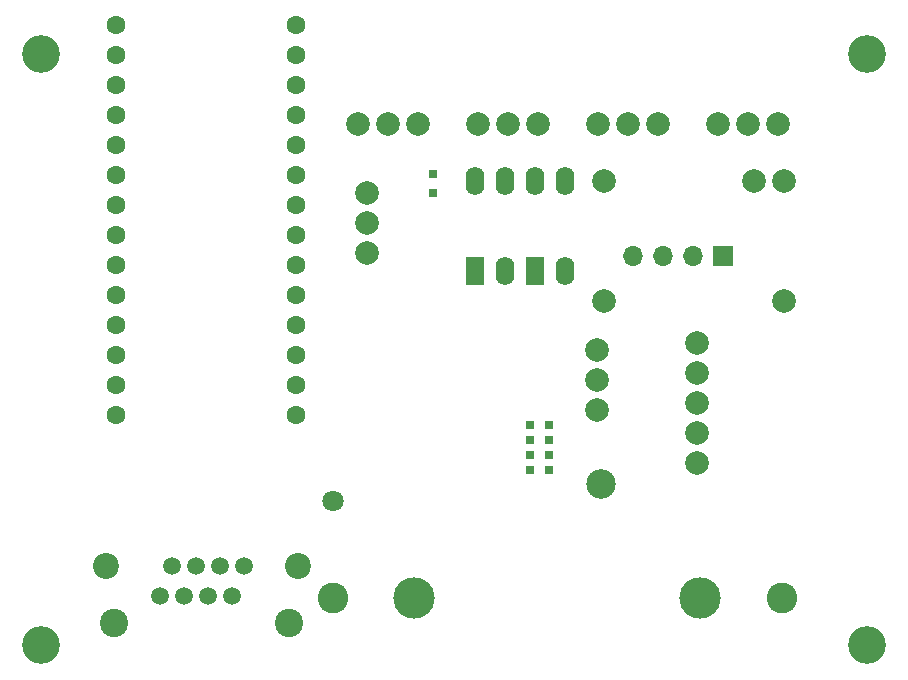
<source format=gts>
G04 #@! TF.FileFunction,Soldermask,Top*
%FSLAX46Y46*%
G04 Gerber Fmt 4.6, Leading zero omitted, Abs format (unit mm)*
G04 Created by KiCad (PCBNEW 4.0.6) date 03/12/17 16:17:21*
%MOMM*%
%LPD*%
G01*
G04 APERTURE LIST*
%ADD10C,0.100000*%
%ADD11C,3.200000*%
%ADD12C,2.600000*%
%ADD13C,3.500000*%
%ADD14C,1.800000*%
%ADD15R,0.800000X0.800000*%
%ADD16C,2.400000*%
%ADD17C,2.200000*%
%ADD18C,1.500000*%
%ADD19C,2.000000*%
%ADD20R,1.700000X1.700000*%
%ADD21O,1.700000X1.700000*%
%ADD22C,1.600000*%
%ADD23R,1.600000X2.400000*%
%ADD24O,1.600000X2.400000*%
%ADD25C,2.500000*%
G04 APERTURE END LIST*
D10*
D11*
X65000000Y-55000000D03*
X65000000Y-105000000D03*
X135000000Y-105000000D03*
D12*
X89763000Y-100990500D03*
X127763000Y-100990500D03*
D13*
X96663000Y-100990500D03*
X120863000Y-100990500D03*
D14*
X89763000Y-92790500D03*
D15*
X98222000Y-65138500D03*
X98222000Y-66738500D03*
X108026783Y-86412350D03*
X106426783Y-86412350D03*
X108026783Y-87669586D03*
X106426783Y-87669586D03*
X108026783Y-88926822D03*
X106426783Y-88926822D03*
X108026783Y-90184058D03*
X106426783Y-90184058D03*
D16*
X71262000Y-103163500D03*
X86062000Y-103163500D03*
D17*
X70537000Y-98323500D03*
X86787000Y-98323500D03*
D18*
X76112000Y-98323500D03*
X77132000Y-100863500D03*
X75092000Y-100863500D03*
X78152000Y-98323500D03*
X79172000Y-100863500D03*
X80192000Y-98323500D03*
X81212000Y-100863500D03*
X82232000Y-98323500D03*
D19*
X91872000Y-60922000D03*
X94412000Y-60922000D03*
X96952000Y-60922000D03*
X92634000Y-71844000D03*
X92634000Y-69304000D03*
X92634000Y-66764000D03*
X120586500Y-89598500D03*
X120586500Y-87058500D03*
X120586500Y-84518500D03*
X120586500Y-81978500D03*
X120586500Y-79438500D03*
D20*
X122745500Y-72072500D03*
D21*
X120205500Y-72072500D03*
X117665500Y-72072500D03*
X115125500Y-72072500D03*
D19*
X112128500Y-85115500D03*
X112128500Y-82575500D03*
X112128500Y-80035500D03*
X102032000Y-60922000D03*
X104572000Y-60922000D03*
X107112000Y-60922000D03*
X112192000Y-60922000D03*
X114732000Y-60922000D03*
X117272000Y-60922000D03*
X122352000Y-60922000D03*
X124892000Y-60922000D03*
X127432000Y-60922000D03*
D22*
X86588800Y-83020000D03*
X86588800Y-80480000D03*
X86588800Y-77940000D03*
X86588800Y-75400000D03*
X86588800Y-72860000D03*
X86588800Y-70320000D03*
X86588800Y-65240000D03*
X86588800Y-67780000D03*
X86588800Y-62700000D03*
X86588800Y-60160000D03*
X86588800Y-57620000D03*
X86588800Y-55080000D03*
X86588800Y-85560000D03*
X86588800Y-52540000D03*
X71348800Y-60160000D03*
X71348800Y-57620000D03*
X71348800Y-55080000D03*
X71348800Y-62700000D03*
X71348800Y-52540000D03*
X71348800Y-65240000D03*
X71348800Y-67780000D03*
X71348800Y-85560000D03*
X71348800Y-80480000D03*
X71348800Y-75400000D03*
X71348800Y-83020000D03*
X71348800Y-70320000D03*
X71348800Y-72860000D03*
X71348800Y-77940000D03*
D23*
X106858000Y-73368000D03*
D24*
X109398000Y-65748000D03*
X109398000Y-73368000D03*
X106858000Y-65748000D03*
D23*
X101778000Y-73368000D03*
D24*
X104318000Y-65748000D03*
X104318000Y-73368000D03*
X101778000Y-65748000D03*
D19*
X127940000Y-75908000D03*
X127940000Y-65748000D03*
X125400000Y-65748000D03*
X112700000Y-65748000D03*
X112700000Y-75908000D03*
D25*
X112446000Y-91338500D03*
D11*
X135000000Y-55000000D03*
M02*

</source>
